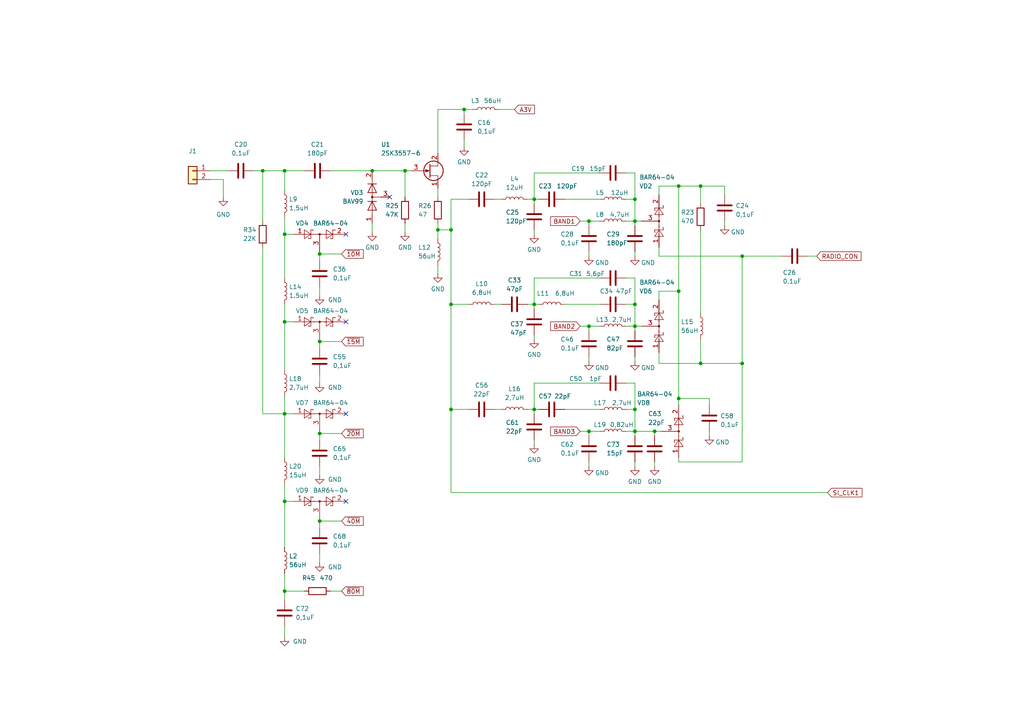
<source format=kicad_sch>
(kicad_sch (version 20230121) (generator eeschema)
  (paper "A4")
  (title_block (title "Belka DSP") (date "2023-11-16") (rev "0.0.2") (company "2ch"))
  (lib_symbols
    (symbol "Connector_Generic:Conn_01x02" (pin_names (offset 1.016) hide)
      (property "Reference" "J" (at 0 2.54 0))
      (property "Value" "Conn_01x02" (at 0 -5.08 0))
      (symbol "Conn_01x02_1_1"
        (rectangle (start -1.27 -2.413) (end 0 -2.667) (stroke (width 0.1524)))
        (rectangle (start -1.27 0.127) (end 0 -0.127) (stroke (width 0.1524)))
        (rectangle (start -1.27 1.27) (end 1.27 -3.81) (stroke (width 0.254)) (fill (type background)))
        (pin passive line (at -5.08 0 0) (length 3.81) (name "Pin_1") (number "1"))
        (pin passive line (at -5.08 -2.54 0) (length 3.81) (name "Pin_2") (number "2"))
      )
    )
    (symbol "Device:C" (pin_numbers hide) (pin_names (offset 0.254))
      (property "Reference" "C" (at 0.635 2.54 0))
      (property "Value" "C" (at 0.635 -2.54 0))
      (symbol "C_0_1"
        (polyline (pts (xy -2.032 -0.762) (xy 2.032 -0.762)) (stroke (width 0.508)))
        (polyline (pts (xy -2.032 0.762) (xy 2.032 0.762)) (stroke (width 0.508)))
      )
      (symbol "C_1_1"
        (pin passive line (at 0 3.81 270) (length 2.794) (name "~") (number "1"))
        (pin passive line (at 0 -3.81 90) (length 2.794) (name "~") (number "2"))
      )
    )
    (symbol "Device:L" (pin_numbers hide) (pin_names (offset 1.016) hide)
      (property "Reference" "L" (at -1.27 0 90))
      (property "Value" "L" (at 1.905 0 90))
      (symbol "L_0_1"
        (arc (start 0 -2.54) (mid 0.6323 -1.905) (end 0 -1.27))
        (arc (start 0 -1.27) (mid 0.6323 -0.635) (end 0 0))
        (arc (start 0 0) (mid 0.6323 0.635) (end 0 1.27))
        (arc (start 0 1.27) (mid 0.6323 1.905) (end 0 2.54))
      )
      (symbol "L_1_1"
        (pin passive line (at 0 3.81 270) (length 1.27) (name "1") (number "1"))
        (pin passive line (at 0 -3.81 90) (length 1.27) (name "2") (number "2"))
      )
    )
    (symbol "Device:R" (pin_numbers hide) (pin_names (offset 0))
      (property "Reference" "R" (at 2.032 0 90))
      (property "Value" "R" (at 0 0 90))
      (symbol "R_0_1"
        (rectangle (start -1.016 -2.54) (end 1.016 2.54) (stroke (width 0.254)))
      )
      (symbol "R_1_1"
        (pin passive line (at 0 3.81 270) (length 1.27) (name "~") (number "1"))
        (pin passive line (at 0 -3.81 90) (length 1.27) (name "~") (number "2"))
      )
    )
    (symbol "Diode:BAS40-04" (pin_names (offset 1.016))
      (property "Reference" "D" (at 0.635 -1.27 0))
      (property "Value" "BAS40-04" (at -6.35 5.715 0))
      (symbol "BAS40-04_0_1"
        (polyline (pts (xy -3.81 2.54) (xy -1.27 2.54)))
        (polyline (pts (xy -3.175 1.27) (xy -3.175 1.524)))
        (polyline (pts (xy -2.54 1.27) (xy -3.175 1.27)))
        (polyline (pts (xy -2.54 1.27) (xy -2.54 3.81)))
        (polyline (pts (xy -2.54 3.81) (xy -1.905 3.81)))
        (polyline (pts (xy -1.905 2.54) (xy 1.905 2.54)))
        (polyline (pts (xy -1.905 3.81) (xy -1.905 3.556)))
        (polyline (pts (xy 1.27 2.54) (xy 3.81 2.54)))
        (polyline (pts (xy 3.175 1.27) (xy 3.175 1.524)))
        (polyline (pts (xy 3.81 1.27) (xy 3.175 1.27)))
        (polyline (pts (xy 3.81 1.27) (xy 3.81 3.81)))
        (polyline (pts (xy 3.81 3.81) (xy 4.445 3.81)))
        (polyline (pts (xy 4.445 3.81) (xy 4.445 3.556)))
        (polyline (pts (xy -4.445 3.81) (xy -4.445 1.27) (xy -2.54 2.54) (xy -4.445 3.81)))
        (polyline (pts (xy 1.905 3.81) (xy 1.905 1.27) (xy 3.81 2.54) (xy 1.905 3.81)))
        (circle (center 0 2.54) (radius 0.254) (fill (type outline)))
      )
      (symbol "BAS40-04_1_1"
        (pin passive line (at -7.62 2.54 0) (length 3.81) (name "~") (number "1"))
        (pin passive line (at 7.62 2.54 180) (length 3.81) (name "~") (number "2"))
        (pin passive line (at 0 -2.54 90) (length 5.08) (name "~") (number "3"))
      )
    )
    (symbol "Diode:BAV99" (pin_names hide)
      (property "Reference" "D" (at 0 5.08 0))
      (property "Value" "BAV99" (at 0 2.54 0))
      (symbol "BAV99_0_1"
        (polyline (pts (xy -5.08 0) (xy 5.08 0)))
      )
      (symbol "BAV99_1_1"
        (polyline (pts (xy 0 0) (xy 0 -2.54)))
        (polyline (pts (xy -1.27 -1.27) (xy -1.27 1.27) (xy -1.27 1.27)) (stroke (width 0.2032)))
        (polyline (pts (xy 3.81 1.27) (xy 3.81 -1.27) (xy 3.81 -1.27)) (stroke (width 0.2032)))
        (polyline (pts (xy -3.81 1.27) (xy -1.27 0) (xy -3.81 -1.27) (xy -3.81 1.27) (xy -3.81 1.27) (xy -3.81 1.27)) (stroke (width 0.2032)))
        (polyline (pts (xy 1.27 1.27) (xy 3.81 0) (xy 1.27 -1.27) (xy 1.27 1.27) (xy 1.27 1.27) (xy 1.27 1.27)) (stroke (width 0.2032)))
        (circle (center 0 0) (radius 0.254) (fill (type outline)))
        (pin passive line (at -7.62 0 0) (length 2.54) (name "K") (number "1"))
        (pin passive line (at 7.62 0 180) (length 2.54) (name "A") (number "2"))
        (pin passive line (at 0 -5.08 90) (length 2.54) (name "K") (number "3"))
      )
    )
    (symbol "Transistor_FET:BF545A" (pin_names hide)
      (property "Reference" "Q" (at 5.08 1.905 0))
      (property "Value" "BF545A" (at 5.08 0 0))
      (symbol "BF545A_0_1"
        (polyline (pts (xy 0.254 0) (xy -2.54 0)))
        (polyline (pts (xy 0.254 1.905) (xy 0.254 -1.905)) (stroke (width 0.254)))
        (polyline (pts (xy 2.54 -2.54) (xy 2.54 -1.397) (xy 0.254 -1.397)))
        (polyline (pts (xy 2.54 2.54) (xy 2.54 1.397) (xy 0.254 1.397)))
        (polyline (pts (xy 0 0) (xy -1.016 0.381) (xy -1.016 -0.381) (xy 0 0)) (fill (type outline)))
        (circle (center 1.27 0) (radius 2.8194) (stroke (width 0.254)))
      )
      (symbol "BF545A_1_1"
        (pin passive line (at 2.54 -5.08 90) (length 2.54) (name "S") (number "1"))
        (pin passive line (at 2.54 5.08 270) (length 2.54) (name "D") (number "2"))
        (pin input line (at -5.08 0 0) (length 2.54) (name "G") (number "3"))
      )
    )
    (symbol "power:GND" (power) (pin_names (offset 0))
      (property "Value" "GND" (at 0 -3.81 0))
      (symbol "GND_0_1"
        (polyline (pts (xy 0 0) (xy 0 -1.27) (xy 1.27 -1.27) (xy 0 -2.54) (xy -1.27 -1.27) (xy 0 -1.27)))
      )
      (symbol "GND_1_1"
        (pin power_in line (at 0 0 270) (length 0) hide (name "GND") (number "1"))
      )
    )
  )
  (junction (at 184.15 94.615))
  (junction (at 203.2 105.41))
  (junction (at 170.815 64.135))
  (junction (at 82.55 171.45))
  (junction (at 215.265 105.41))
  (junction (at 134.62 31.75))
  (junction (at 170.815 125.095))
  (junction (at 92.71 73.66))
  (junction (at 184.15 64.135))
  (junction (at 170.815 94.615))
  (junction (at 130.81 118.745))
  (junction (at 82.55 120.015))
  (junction (at 196.85 115.57))
  (junction (at 127 66.675))
  (junction (at 154.94 88.265))
  (junction (at 107.95 49.53))
  (junction (at 82.55 145.415))
  (junction (at 184.15 125.095))
  (junction (at 154.94 57.785))
  (junction (at 184.15 88.265))
  (junction (at 92.71 99.06))
  (junction (at 203.2 53.975))
  (junction (at 117.475 49.53))
  (junction (at 189.865 125.095))
  (junction (at 130.81 88.265))
  (junction (at 196.85 84.455))
  (junction (at 130.81 66.675))
  (junction (at 215.265 74.295))
  (junction (at 196.85 53.975))
  (junction (at 92.71 125.73))
  (junction (at 82.55 93.345))
  (junction (at 92.71 151.13))
  (junction (at 184.15 118.745))
  (junction (at 154.94 118.745))
  (junction (at 76.2 49.53))
  (junction (at 82.55 49.53))
  (junction (at 184.15 57.785))
  (junction (at 82.55 67.945))
  (no_connect (at 100.33 120.015))
  (no_connect (at 100.33 93.345))
  (no_connect (at 100.33 145.415))
  (no_connect (at 100.33 67.945))
  (no_connect (at 113.03 57.15))
  (wire (pts (xy 143.51 88.265) (xy 145.415 88.265)))
  (wire (pts (xy 130.81 118.745) (xy 135.89 118.745)))
  (wire (pts (xy 99.06 99.06) (xy 92.71 99.06)))
  (wire (pts (xy 95.885 171.45) (xy 99.06 171.45)))
  (wire (pts (xy 181.61 64.135) (xy 184.15 64.135)))
  (wire (pts (xy 189.865 125.095) (xy 191.77 125.095)))
  (wire (pts (xy 92.71 151.13) (xy 92.71 153.035)))
  (wire (pts (xy 154.94 57.785) (xy 156.21 57.785)))
  (wire (pts (xy 184.15 94.615) (xy 186.055 94.615)))
  (wire (pts (xy 82.55 93.345) (xy 85.09 93.345)))
  (wire (pts (xy 154.94 57.785) (xy 154.94 59.055)))
  (wire (pts (xy 64.77 52.07) (xy 64.77 57.15)))
  (wire (pts (xy 82.55 171.45) (xy 88.265 171.45)))
  (wire (pts (xy 107.95 64.77) (xy 107.95 67.31)))
  (wire (pts (xy 117.475 64.77) (xy 117.475 67.31)))
  (wire (pts (xy 196.85 53.975) (xy 203.2 53.975)))
  (wire (pts (xy 82.55 49.53) (xy 82.55 55.245)))
  (wire (pts (xy 189.865 133.985) (xy 189.865 135.255)))
  (wire (pts (xy 184.15 118.745) (xy 184.15 125.095)))
  (wire (pts (xy 170.815 95.885) (xy 170.815 94.615)))
  (wire (pts (xy 130.81 88.265) (xy 130.81 118.745)))
  (wire (pts (xy 163.83 118.745) (xy 173.99 118.745)))
  (wire (pts (xy 82.55 88.265) (xy 82.55 93.345)))
  (wire (pts (xy 168.275 125.095) (xy 170.815 125.095)))
  (wire (pts (xy 205.74 125.095) (xy 205.74 126.365)))
  (wire (pts (xy 170.815 94.615) (xy 173.99 94.615)))
  (wire (pts (xy 92.71 135.255) (xy 92.71 137.795)))
  (wire (pts (xy 168.275 64.135) (xy 170.815 64.135)))
  (wire (pts (xy 184.15 133.985) (xy 184.15 135.255)))
  (wire (pts (xy 196.85 117.475) (xy 196.85 115.57)))
  (wire (pts (xy 82.55 140.335) (xy 82.55 145.415)))
  (wire (pts (xy 130.81 57.785) (xy 130.81 66.675)))
  (wire (pts (xy 82.55 120.015) (xy 82.55 132.715)))
  (wire (pts (xy 92.71 125.73) (xy 92.71 127.635)))
  (wire (pts (xy 181.61 88.265) (xy 184.15 88.265)))
  (wire (pts (xy 184.15 57.785) (xy 184.15 64.135)))
  (wire (pts (xy 184.15 64.135) (xy 186.055 64.135)))
  (wire (pts (xy 154.94 66.675) (xy 154.94 67.945)))
  (wire (pts (xy 154.94 50.165) (xy 154.94 57.785)))
  (wire (pts (xy 173.99 50.165) (xy 154.94 50.165)))
  (wire (pts (xy 181.61 80.645) (xy 184.15 80.645)))
  (wire (pts (xy 82.55 67.945) (xy 85.09 67.945)))
  (wire (pts (xy 203.2 53.975) (xy 203.2 59.055)))
  (wire (pts (xy 153.035 57.785) (xy 154.94 57.785)))
  (wire (pts (xy 203.2 66.675) (xy 203.2 90.805)))
  (wire (pts (xy 99.06 125.73) (xy 92.71 125.73)))
  (wire (pts (xy 143.51 118.745) (xy 145.415 118.745)))
  (wire (pts (xy 184.15 73.025) (xy 184.15 74.295)))
  (wire (pts (xy 76.2 71.755) (xy 76.2 120.015)))
  (wire (pts (xy 170.815 126.365) (xy 170.815 125.095)))
  (wire (pts (xy 170.815 133.985) (xy 170.815 135.255)))
  (wire (pts (xy 88.265 49.53) (xy 82.55 49.53)))
  (wire (pts (xy 117.475 57.15) (xy 117.475 49.53)))
  (wire (pts (xy 134.62 31.75) (xy 137.16 31.75)))
  (wire (pts (xy 82.55 120.015) (xy 85.09 120.015)))
  (wire (pts (xy 92.71 73.66) (xy 92.71 75.565)))
  (wire (pts (xy 196.85 133.985) (xy 196.85 132.715)))
  (wire (pts (xy 163.83 57.785) (xy 173.99 57.785)))
  (wire (pts (xy 92.71 150.495) (xy 92.71 151.13)))
  (wire (pts (xy 92.71 99.06) (xy 92.71 100.965)))
  (wire (pts (xy 82.55 145.415) (xy 85.09 145.415)))
  (wire (pts (xy 170.815 73.025) (xy 170.815 74.295)))
  (wire (pts (xy 215.265 74.295) (xy 215.265 105.41)))
  (wire (pts (xy 127 64.77) (xy 127 66.675)))
  (wire (pts (xy 191.135 86.995) (xy 191.135 84.455)))
  (wire (pts (xy 181.61 94.615) (xy 184.15 94.615)))
  (wire (pts (xy 82.55 114.935) (xy 82.55 120.015)))
  (wire (pts (xy 234.315 74.295) (xy 236.855 74.295)))
  (wire (pts (xy 82.55 166.37) (xy 82.55 171.45)))
  (wire (pts (xy 82.55 145.415) (xy 82.55 158.75)))
  (wire (pts (xy 181.61 111.125) (xy 184.15 111.125)))
  (wire (pts (xy 82.55 171.45) (xy 82.55 173.99)))
  (wire (pts (xy 99.06 73.66) (xy 92.71 73.66)))
  (wire (pts (xy 144.78 31.75) (xy 149.225 31.75)))
  (wire (pts (xy 127 66.675) (xy 127 69.215)))
  (wire (pts (xy 210.185 64.135) (xy 210.185 65.405)))
  (wire (pts (xy 127 31.75) (xy 127 44.45)))
  (wire (pts (xy 191.135 84.455) (xy 196.85 84.455)))
  (wire (pts (xy 215.265 74.295) (xy 226.695 74.295)))
  (wire (pts (xy 184.15 88.265) (xy 184.15 94.615)))
  (wire (pts (xy 154.94 88.265) (xy 156.21 88.265)))
  (wire (pts (xy 82.55 62.865) (xy 82.55 67.945)))
  (wire (pts (xy 203.2 105.41) (xy 215.265 105.41)))
  (wire (pts (xy 82.55 49.53) (xy 76.2 49.53)))
  (wire (pts (xy 92.71 125.095) (xy 92.71 125.73)))
  (wire (pts (xy 191.135 56.515) (xy 191.135 53.975)))
  (wire (pts (xy 134.62 40.64) (xy 134.62 42.545)))
  (wire (pts (xy 154.94 111.125) (xy 154.94 118.745)))
  (wire (pts (xy 127 31.75) (xy 134.62 31.75)))
  (wire (pts (xy 127 54.61) (xy 127 57.15)))
  (wire (pts (xy 203.2 105.41) (xy 203.2 98.425)))
  (wire (pts (xy 117.475 49.53) (xy 119.38 49.53)))
  (wire (pts (xy 60.96 49.53) (xy 66.04 49.53)))
  (wire (pts (xy 99.06 151.13) (xy 92.71 151.13)))
  (wire (pts (xy 196.85 133.985) (xy 215.265 133.985)))
  (wire (pts (xy 127 66.675) (xy 130.81 66.675)))
  (wire (pts (xy 168.275 94.615) (xy 170.815 94.615)))
  (wire (pts (xy 189.865 126.365) (xy 189.865 125.095)))
  (wire (pts (xy 170.815 65.405) (xy 170.815 64.135)))
  (wire (pts (xy 196.85 84.455) (xy 196.85 53.975)))
  (wire (pts (xy 191.135 105.41) (xy 203.2 105.41)))
  (wire (pts (xy 76.2 120.015) (xy 82.55 120.015)))
  (wire (pts (xy 134.62 31.75) (xy 134.62 33.02)))
  (wire (pts (xy 117.475 49.53) (xy 107.95 49.53)))
  (wire (pts (xy 196.85 115.57) (xy 196.85 84.455)))
  (wire (pts (xy 76.2 49.53) (xy 76.2 64.135)))
  (wire (pts (xy 184.15 125.095) (xy 189.865 125.095)))
  (wire (pts (xy 181.61 125.095) (xy 184.15 125.095)))
  (wire (pts (xy 92.71 108.585) (xy 92.71 111.125)))
  (wire (pts (xy 60.96 52.07) (xy 64.77 52.07)))
  (wire (pts (xy 82.55 181.61) (xy 82.55 184.785)))
  (wire (pts (xy 181.61 50.165) (xy 184.15 50.165)))
  (wire (pts (xy 154.94 118.745) (xy 154.94 120.015)))
  (wire (pts (xy 92.71 83.185) (xy 92.71 85.725)))
  (wire (pts (xy 184.15 50.165) (xy 184.15 57.785)))
  (wire (pts (xy 203.2 53.975) (xy 210.185 53.975)))
  (wire (pts (xy 191.135 102.235) (xy 191.135 105.41)))
  (wire (pts (xy 210.185 53.975) (xy 210.185 56.515)))
  (wire (pts (xy 196.85 115.57) (xy 205.74 115.57)))
  (wire (pts (xy 143.51 57.785) (xy 145.415 57.785)))
  (wire (pts (xy 170.815 64.135) (xy 173.99 64.135)))
  (wire (pts (xy 184.15 125.095) (xy 184.15 126.365)))
  (wire (pts (xy 154.94 118.745) (xy 156.21 118.745)))
  (wire (pts (xy 215.265 105.41) (xy 215.265 133.985)))
  (wire (pts (xy 163.83 88.265) (xy 173.99 88.265)))
  (wire (pts (xy 130.81 88.265) (xy 135.89 88.265)))
  (wire (pts (xy 184.15 94.615) (xy 184.15 95.885)))
  (wire (pts (xy 154.94 127.635) (xy 154.94 128.905)))
  (wire (pts (xy 191.135 53.975) (xy 196.85 53.975)))
  (wire (pts (xy 73.66 49.53) (xy 76.2 49.53)))
  (wire (pts (xy 130.81 142.875) (xy 240.03 142.875)))
  (wire (pts (xy 92.71 98.425) (xy 92.71 99.06)))
  (wire (pts (xy 154.94 97.155) (xy 154.94 98.425)))
  (wire (pts (xy 127 76.835) (xy 127 79.375)))
  (wire (pts (xy 92.71 160.655) (xy 92.71 163.195)))
  (wire (pts (xy 92.71 73.025) (xy 92.71 73.66)))
  (wire (pts (xy 153.035 118.745) (xy 154.94 118.745)))
  (wire (pts (xy 181.61 57.785) (xy 184.15 57.785)))
  (wire (pts (xy 95.885 49.53) (xy 107.95 49.53)))
  (wire (pts (xy 82.55 67.945) (xy 82.55 80.645)))
  (wire (pts (xy 170.815 103.505) (xy 170.815 104.775)))
  (wire (pts (xy 191.135 71.755) (xy 191.135 74.295)))
  (wire (pts (xy 135.89 57.785) (xy 130.81 57.785)))
  (wire (pts (xy 130.81 66.675) (xy 130.81 88.265)))
  (wire (pts (xy 173.99 80.645) (xy 154.94 80.645)))
  (wire (pts (xy 130.81 118.745) (xy 130.81 142.875)))
  (wire (pts (xy 184.15 80.645) (xy 184.15 88.265)))
  (wire (pts (xy 205.74 115.57) (xy 205.74 117.475)))
  (wire (pts (xy 170.815 125.095) (xy 173.99 125.095)))
  (wire (pts (xy 173.99 111.125) (xy 154.94 111.125)))
  (wire (pts (xy 153.035 88.265) (xy 154.94 88.265)))
  (wire (pts (xy 154.94 88.265) (xy 154.94 89.535)))
  (wire (pts (xy 184.15 103.505) (xy 184.15 104.775)))
  (wire (pts (xy 184.15 111.125) (xy 184.15 118.745)))
  (wire (pts (xy 82.55 93.345) (xy 82.55 107.315)))
  (wire (pts (xy 184.15 64.135) (xy 184.15 65.405)))
  (wire (pts (xy 181.61 118.745) (xy 184.15 118.745)))
  (wire (pts (xy 191.135 74.295) (xy 215.265 74.295)))
  (wire (pts (xy 154.94 80.645) (xy 154.94 88.265)))
  (global_label "~{80M}" (shape input) (at 99.06 171.45 0) (property "Intersheetrefs" "${INTERSHEET_REFS}" (effects hide)))
  (global_label "RADIO_CON" (shape input) (at 236.855 74.295 0) (property "Intersheetrefs" "${INTERSHEET_REFS}" (effects hide)))
  (global_label "BAND1" (shape input) (at 168.275 64.135 180) (property "Intersheetrefs" "${INTERSHEET_REFS}" (effects hide)))
  (global_label "~{10M}" (shape input) (at 99.06 73.66 0) (property "Intersheetrefs" "${INTERSHEET_REFS}" (effects hide)))
  (global_label "BAND3" (shape input) (at 168.275 125.095 180) (property "Intersheetrefs" "${INTERSHEET_REFS}" (effects hide)))
  (global_label "SI_CLK1" (shape input) (at 240.03 142.875 0) (property "Intersheetrefs" "${INTERSHEET_REFS}" (effects hide)))
  (global_label "~{15M}" (shape input) (at 99.06 99.06 0) (property "Intersheetrefs" "${INTERSHEET_REFS}" (effects hide)))
  (global_label "~{20M}" (shape input) (at 99.06 125.73 0) (property "Intersheetrefs" "${INTERSHEET_REFS}" (effects hide)))
  (global_label "BAND2" (shape input) (at 168.275 94.615 180) (property "Intersheetrefs" "${INTERSHEET_REFS}" (effects hide)))
  (global_label "~{40M}" (shape input) (at 99.06 151.13 0) (property "Intersheetrefs" "${INTERSHEET_REFS}" (effects hide)))
  (global_label "A3V" (shape input) (at 149.225 31.75 0) (property "Intersheetrefs" "${INTERSHEET_REFS}" (effects hide)))
  (symbol (lib_id "Device:C") (at 160.02 57.785 270) (unit 1)
    (property "Reference" "C23" (at 158.115 53.975 90))
    (property "Value" "120pF" (at 164.465 53.975 90))
    (property "Footprint" "Capacitor_SMD:C_0603_1608Metric_Pad1.08x0.95mm_HandSolder" (effects hide))
  )
  (symbol (lib_id "power:GND") (at 170.815 135.255 0) (unit 1)
    (property "Reference" "#PWR034" (effects hide))
    (property "Value" "GND" (at 174.625 137.16 0))
  )
  (symbol (lib_id "Device:C") (at 177.8 88.265 270) (unit 1)
    (property "Reference" "C34" (at 175.895 84.455 90))
    (property "Value" "47pF" (at 180.975 84.455 90))
    (property "Footprint" "Capacitor_SMD:C_0603_1608Metric_Pad1.08x0.95mm_HandSolder" (effects hide))
  )
  (symbol (lib_id "Device:C") (at 82.55 177.8 180) (unit 1)
    (property "Reference" "C72" (at 85.725 176.53 0) (effects (justify right)))
    (property "Value" "0,1uF" (at 85.725 179.07 0) (effects (justify right)))
    (property "Footprint" "Capacitor_SMD:C_0603_1608Metric_Pad1.08x0.95mm_HandSolder" (effects hide))
  )
  (symbol (lib_id "power:GND") (at 154.94 67.945 0) (unit 1)
    (property "Reference" "#PWR036" (effects hide))
    (property "Value" "GND" (at 154.94 72.39 0))
  )
  (symbol (lib_id "Device:L") (at 177.8 125.095 90) (unit 1)
    (property "Reference" "L19" (at 173.99 123.19 90))
    (property "Value" "0,82uH" (at 180.34 123.19 90))
    (property "Footprint" "Inductor_SMD:L_1210_3225Metric_Pad1.42x2.65mm_HandSolder" (effects hide))
  )
  (symbol (lib_id "power:GND") (at 64.77 57.15 0) (unit 1)
    (property "Reference" "#PWR020" (effects hide))
    (property "Value" "GND" (at 64.77 62.23 0))
  )
  (symbol (lib_id "Diode:BAS40-04") (at 92.71 122.555 0) (unit 1)
    (property "Reference" "VD7" (at 87.63 116.84 0))
    (property "Value" "BAR64-04" (at 95.885 116.84 0))
    (property "Footprint" "Package_TO_SOT_SMD:SOT-23" (effects hide))
    (property "Datasheet" "http://www.vishay.com/docs/85701/bas40v.pdf" (effects hide))
  )
  (symbol (lib_id "Device:C") (at 154.94 123.825 180) (unit 1)
    (property "Reference" "C61" (at 146.685 122.555 0) (effects (justify right)))
    (property "Value" "22pF" (at 146.685 125.095 0) (effects (justify right)))
    (property "Footprint" "Capacitor_SMD:C_0603_1608Metric_Pad1.08x0.95mm_HandSolder" (effects hide))
  )
  (symbol (lib_id "Device:L") (at 82.55 111.125 0) (unit 1)
    (property "Reference" "L18" (at 83.82 109.855 0) (effects (justify left)))
    (property "Value" "2.7uH" (at 83.82 112.395 0) (effects (justify left)))
    (property "Footprint" "Inductor_SMD:L_1210_3225Metric_Pad1.42x2.65mm_HandSolder" (effects hide))
  )
  (symbol (lib_id "Device:C") (at 139.7 57.785 270) (unit 1)
    (property "Reference" "C22" (at 139.7 50.8 90))
    (property "Value" "120pF" (at 139.7 53.34 90))
    (property "Footprint" "Capacitor_SMD:C_0603_1608Metric_Pad1.08x0.95mm_HandSolder" (effects hide))
  )
  (symbol (lib_id "Device:C") (at 149.225 88.265 270) (unit 1)
    (property "Reference" "C33" (at 149.225 81.28 90))
    (property "Value" "47pF" (at 149.225 83.82 90))
    (property "Footprint" "Capacitor_SMD:C_0603_1608Metric_Pad1.08x0.95mm_HandSolder" (effects hide))
  )
  (symbol (lib_id "Connector_Generic:Conn_01x02") (at 55.88 49.53 0) (mirror y) (unit 1)
    (property "Reference" "J1" (at 55.88 43.815 0))
    (property "Value" "Conn_01x03" (effects hide))
    (property "Footprint" "Connector_Coaxial:SMA_Molex_73251-2120_EdgeMount_Horizontal" (effects hide))
  )
  (symbol (lib_id "Device:L") (at 177.8 57.785 90) (unit 1)
    (property "Reference" "L5" (at 173.99 55.88 90))
    (property "Value" "12uH" (at 179.705 55.88 90))
    (property "Footprint" "Inductor_SMD:L_1210_3225Metric_Pad1.42x2.65mm_HandSolder" (effects hide))
  )
  (symbol (lib_id "Device:C") (at 69.85 49.53 90) (unit 1)
    (property "Reference" "C20" (at 69.85 41.91 90))
    (property "Value" "0,1uF" (at 69.85 44.45 90))
    (property "Footprint" "Capacitor_SMD:C_0603_1608Metric_Pad1.08x0.95mm_HandSolder" (effects hide))
  )
  (symbol (lib_id "power:GND") (at 154.94 98.425 0) (unit 1)
    (property "Reference" "#PWR030" (effects hide))
    (property "Value" "GND" (at 154.94 102.87 0))
  )
  (symbol (lib_id "Device:L") (at 82.55 84.455 0) (unit 1)
    (property "Reference" "L14" (at 83.82 83.185 0) (effects (justify left)))
    (property "Value" "1.5uH" (at 83.82 85.725 0) (effects (justify left)))
    (property "Footprint" "Inductor_SMD:L_1210_3225Metric_Pad1.42x2.65mm_HandSolder" (effects hide))
  )
  (symbol (lib_id "power:GND") (at 170.815 104.775 0) (unit 1)
    (property "Reference" "#PWR031" (effects hide))
    (property "Value" "GND" (at 174.625 106.68 0))
  )
  (symbol (lib_id "Device:C") (at 170.815 99.695 180) (unit 1)
    (property "Reference" "C46" (at 162.56 98.425 0) (effects (justify right)))
    (property "Value" "0,1uF" (at 162.56 100.965 0) (effects (justify right)))
    (property "Footprint" "Capacitor_SMD:C_0603_1608Metric_Pad1.08x0.95mm_HandSolder" (effects hide))
  )
  (symbol (lib_id "Diode:BAS40-04") (at 194.31 125.095 270) (mirror x) (unit 1)
    (property "Reference" "VD8" (at 184.785 116.84 90) (effects (justify left)))
    (property "Value" "BAR64-04" (at 184.785 114.3 90) (effects (justify left)))
    (property "Footprint" "Package_TO_SOT_SMD:SOT-23" (effects hide))
    (property "Datasheet" "http://www.vishay.com/docs/85701/bas40v.pdf" (effects hide))
  )
  (symbol (lib_id "Device:C") (at 139.7 118.745 270) (unit 1)
    (property "Reference" "C56" (at 139.7 111.76 90))
    (property "Value" "22pF" (at 139.7 114.3 90))
    (property "Footprint" "Capacitor_SMD:C_0603_1608Metric_Pad1.08x0.95mm_HandSolder" (effects hide))
  )
  (symbol (lib_id "Device:R") (at 203.2 62.865 0) (unit 1)
    (property "Reference" "R23" (at 197.485 61.595 0) (effects (justify left)))
    (property "Value" "470" (at 197.485 64.135 0) (effects (justify left)))
    (property "Footprint" "Resistor_SMD:R_0603_1608Metric_Pad0.98x0.95mm_HandSolder" (effects hide))
  )
  (symbol (lib_id "Device:C") (at 92.71 104.775 0) (unit 1)
    (property "Reference" "C55" (at 96.52 103.505 0) (effects (justify left)))
    (property "Value" "0,1uF" (at 96.52 106.045 0) (effects (justify left)))
    (property "Footprint" "Capacitor_SMD:C_0603_1608Metric_Pad1.08x0.95mm_HandSolder" (effects hide))
  )
  (symbol (lib_id "power:GND") (at 184.15 135.255 0) (unit 1)
    (property "Reference" "#PWR035" (effects hide))
    (property "Value" "GND" (at 184.15 139.7 0))
  )
  (symbol (lib_id "Device:C") (at 177.8 50.165 270) (unit 1)
    (property "Reference" "C19" (at 167.64 48.895 90))
    (property "Value" "15pF" (at 173.355 48.895 90))
    (property "Footprint" "Capacitor_SMD:C_0603_1608Metric_Pad1.08x0.95mm_HandSolder" (effects hide))
  )
  (symbol (lib_id "Diode:BAS40-04") (at 92.71 70.485 0) (unit 1)
    (property "Reference" "VD4" (at 87.63 64.77 0))
    (property "Value" "BAR64-04" (at 95.885 64.77 0))
    (property "Footprint" "Package_TO_SOT_SMD:SOT-23" (effects hide))
    (property "Datasheet" "http://www.vishay.com/docs/85701/bas40v.pdf" (effects hide))
  )
  (symbol (lib_id "Device:L") (at 177.8 64.135 90) (unit 1)
    (property "Reference" "L8" (at 173.99 62.23 90))
    (property "Value" "4,7uH" (at 179.705 62.23 90))
    (property "Footprint" "Inductor_SMD:L_1210_3225Metric_Pad1.42x2.65mm_HandSolder" (effects hide))
  )
  (symbol (lib_id "Device:L") (at 139.7 88.265 90) (unit 1)
    (property "Reference" "L10" (at 139.7 82.3124 90))
    (property "Value" "6,8uH" (at 139.7 84.8524 90))
    (property "Footprint" "Inductor_SMD:L_1210_3225Metric_Pad1.42x2.65mm_HandSolder" (effects hide))
  )
  (symbol (lib_id "Diode:BAS40-04") (at 92.71 95.885 0) (unit 1)
    (property "Reference" "VD5" (at 87.63 90.17 0))
    (property "Value" "BAR64-04" (at 95.885 90.17 0))
    (property "Footprint" "Package_TO_SOT_SMD:SOT-23" (effects hide))
    (property "Datasheet" "http://www.vishay.com/docs/85701/bas40v.pdf" (effects hide))
  )
  (symbol (lib_id "Device:C") (at 160.02 118.745 270) (unit 1)
    (property "Reference" "C57" (at 158.115 114.935 90))
    (property "Value" "22pF" (at 163.195 114.935 90))
    (property "Footprint" "Capacitor_SMD:C_0603_1608Metric_Pad1.08x0.95mm_HandSolder" (effects hide))
  )
  (symbol (lib_id "Device:L") (at 82.55 136.525 0) (unit 1)
    (property "Reference" "L20" (at 83.82 135.255 0) (effects (justify left)))
    (property "Value" "15uH" (at 83.82 137.795 0) (effects (justify left)))
    (property "Footprint" "Inductor_SMD:L_1210_3225Metric_Pad1.42x2.65mm_HandSolder" (effects hide))
  )
  (symbol (lib_id "Device:C") (at 184.15 69.215 180) (unit 1)
    (property "Reference" "C29" (at 175.895 67.945 0) (effects (justify right)))
    (property "Value" "180pF" (at 175.895 70.485 0) (effects (justify right)))
    (property "Footprint" "Capacitor_SMD:C_0603_1608Metric_Pad1.08x0.95mm_HandSolder" (effects hide))
  )
  (symbol (lib_id "power:GND") (at 189.865 135.255 0) (unit 1)
    (property "Reference" "#PWR039" (effects hide))
    (property "Value" "GND" (at 189.865 139.7 0))
  )
  (symbol (lib_id "power:GND") (at 134.62 42.545 0) (unit 1)
    (property "Reference" "#PWR029" (effects hide))
    (property "Value" "GND" (at 134.62 46.99 0))
  )
  (symbol (lib_id "Device:C") (at 170.815 130.175 180) (unit 1)
    (property "Reference" "C62" (at 162.56 128.905 0) (effects (justify right)))
    (property "Value" "0,1uF" (at 162.56 131.445 0) (effects (justify right)))
    (property "Footprint" "Capacitor_SMD:C_0603_1608Metric_Pad1.08x0.95mm_HandSolder" (effects hide))
  )
  (symbol (lib_id "Device:L") (at 140.97 31.75 90) (unit 1)
    (property "Reference" "L3" (at 137.795 29.21 90))
    (property "Value" "56uH" (at 142.875 29.21 90))
    (property "Footprint" "Inductor_SMD:L_1210_3225Metric_Pad1.42x2.65mm_HandSolder" (effects hide))
  )
  (symbol (lib_id "Diode:BAV99") (at 107.95 57.15 90) (unit 1)
    (property "Reference" "VD3" (at 105.41 55.88 90) (effects (justify left)))
    (property "Value" "BAV99" (at 105.41 58.42 90) (effects (justify left)))
    (property "Footprint" "Package_TO_SOT_SMD:SOT-23" (effects hide))
    (property "Datasheet" "https://assets.nexperia.com/documents/data-sheet/BAV99_SER.pdf" (effects hide))
  )
  (symbol (lib_id "power:GND") (at 210.185 65.405 0) (unit 1)
    (property "Reference" "#PWR041" (effects hide))
    (property "Value" "GND" (at 213.995 67.31 0))
  )
  (symbol (lib_id "Device:L") (at 160.02 88.265 90) (unit 1)
    (property "Reference" "L11" (at 157.48 85.09 90))
    (property "Value" "6,8uH" (at 163.83 85.09 90))
    (property "Footprint" "Inductor_SMD:L_1210_3225Metric_Pad1.42x2.65mm_HandSolder" (effects hide))
  )
  (symbol (lib_id "power:GND") (at 92.71 163.195 0) (unit 1)
    (property "Reference" "#PWR024" (effects hide))
    (property "Value" "GND" (at 97.155 164.465 0))
  )
  (symbol (lib_id "Device:C") (at 92.075 49.53 90) (unit 1)
    (property "Reference" "C21" (at 92.075 41.91 90))
    (property "Value" "180pF" (at 92.075 44.45 90))
    (property "Footprint" "Capacitor_SMD:C_0603_1608Metric_Pad1.08x0.95mm_HandSolder" (effects hide))
  )
  (symbol (lib_id "Device:C") (at 177.8 80.645 270) (unit 1)
    (property "Reference" "C31" (at 167.005 79.375 90))
    (property "Value" "5,6pF" (at 172.72 79.375 90))
    (property "Footprint" "Capacitor_SMD:C_0603_1608Metric_Pad1.08x0.95mm_HandSolder" (effects hide))
  )
  (symbol (lib_id "power:GND") (at 82.55 184.785 0) (unit 1)
    (property "Reference" "#PWR025" (effects hide))
    (property "Value" "GND" (at 86.995 186.055 0))
  )
  (symbol (lib_id "Device:R") (at 117.475 60.96 0) (unit 1)
    (property "Reference" "R25" (at 111.76 59.69 0) (effects (justify left)))
    (property "Value" "47K" (at 111.76 62.23 0) (effects (justify left)))
    (property "Footprint" "Resistor_SMD:R_0603_1608Metric_Pad0.98x0.95mm_HandSolder" (effects hide))
  )
  (symbol (lib_id "power:GND") (at 154.94 128.905 0) (unit 1)
    (property "Reference" "#PWR033" (effects hide))
    (property "Value" "GND" (at 154.94 133.35 0))
  )
  (symbol (lib_id "Diode:BAS40-04") (at 92.71 147.955 0) (unit 1)
    (property "Reference" "VD9" (at 87.63 142.24 0))
    (property "Value" "BAR64-04" (at 95.885 142.24 0))
    (property "Footprint" "Package_TO_SOT_SMD:SOT-23" (effects hide))
    (property "Datasheet" "http://www.vishay.com/docs/85701/bas40v.pdf" (effects hide))
  )
  (symbol (lib_id "Device:L") (at 149.225 118.745 90) (unit 1)
    (property "Reference" "L16" (at 149.225 112.7924 90))
    (property "Value" "2,7uH" (at 149.225 115.3324 90))
    (property "Footprint" "Inductor_SMD:L_1210_3225Metric_Pad1.42x2.65mm_HandSolder" (effects hide))
  )
  (symbol (lib_id "Device:R") (at 127 60.96 0) (unit 1)
    (property "Reference" "R26" (at 121.285 59.69 0) (effects (justify left)))
    (property "Value" "47" (at 121.285 62.23 0) (effects (justify left)))
    (property "Footprint" "Resistor_SMD:R_0603_1608Metric_Pad0.98x0.95mm_HandSolder" (effects hide))
  )
  (symbol (lib_id "power:GND") (at 205.74 126.365 0) (unit 1)
    (property "Reference" "#PWR040" (effects hide))
    (property "Value" "GND" (at 209.55 128.27 0))
  )
  (symbol (lib_id "Device:C") (at 184.15 130.175 180) (unit 1)
    (property "Reference" "C73" (at 175.895 128.905 0) (effects (justify right)))
    (property "Value" "15pF" (at 175.895 131.445 0) (effects (justify right)))
    (property "Footprint" "Capacitor_SMD:C_0603_1608Metric_Pad1.08x0.95mm_HandSolder" (effects hide))
  )
  (symbol (lib_id "power:GND") (at 127 79.375 0) (unit 1)
    (property "Reference" "#PWR028" (effects hide))
    (property "Value" "GND" (at 127 83.82 0))
  )
  (symbol (lib_id "Device:C") (at 154.94 62.865 180) (unit 1)
    (property "Reference" "C25" (at 146.685 61.595 0) (effects (justify right)))
    (property "Value" "120pF" (at 146.685 64.135 0) (effects (justify right)))
    (property "Footprint" "Capacitor_SMD:C_0603_1608Metric_Pad1.08x0.95mm_HandSolder" (effects hide))
  )
  (symbol (lib_id "Device:C") (at 210.185 60.325 180) (unit 1)
    (property "Reference" "C24" (at 213.36 59.69 0) (effects (justify right)))
    (property "Value" "0,1uF" (at 213.36 62.23 0) (effects (justify right)))
    (property "Footprint" "Capacitor_SMD:C_0603_1608Metric_Pad1.08x0.95mm_HandSolder" (effects hide))
  )
  (symbol (lib_id "Device:L") (at 177.8 118.745 90) (unit 1)
    (property "Reference" "L17" (at 173.99 116.84 90))
    (property "Value" "2,7uH" (at 180.34 116.84 90))
    (property "Footprint" "Inductor_SMD:L_1210_3225Metric_Pad1.42x2.65mm_HandSolder" (effects hide))
  )
  (symbol (lib_id "Diode:BAS40-04") (at 188.595 94.615 270) (mirror x) (unit 1)
    (property "Reference" "VD6" (at 185.42 84.455 90) (effects (justify left)))
    (property "Value" "BAR64-04" (at 185.42 81.915 90) (effects (justify left)))
    (property "Footprint" "Package_TO_SOT_SMD:SOT-23" (effects hide))
    (property "Datasheet" "http://www.vishay.com/docs/85701/bas40v.pdf" (effects hide))
  )
  (symbol (lib_id "power:GND") (at 92.71 111.125 0) (unit 1)
    (property "Reference" "#PWR022" (effects hide))
    (property "Value" "GND" (at 97.155 112.395 0))
  )
  (symbol (lib_id "power:GND") (at 92.71 137.795 0) (unit 1)
    (property "Reference" "#PWR023" (effects hide))
    (property "Value" "GND" (at 97.155 139.065 0))
  )
  (symbol (lib_id "Device:R") (at 92.075 171.45 90) (unit 1)
    (property "Reference" "R45" (at 89.535 167.64 90))
    (property "Value" "470" (at 94.615 167.64 90))
    (property "Footprint" "Resistor_SMD:R_0603_1608Metric_Pad0.98x0.95mm_HandSolder" (effects hide))
  )
  (symbol (lib_id "power:GND") (at 170.815 74.295 0) (unit 1)
    (property "Reference" "#PWR037" (effects hide))
    (property "Value" "GND" (at 174.625 76.2 0))
  )
  (symbol (lib_id "power:GND") (at 184.15 104.775 0) (unit 1)
    (property "Reference" "#PWR032" (effects hide))
    (property "Value" "GND" (at 187.96 106.68 0))
  )
  (symbol (lib_id "Device:C") (at 92.71 79.375 0) (unit 1)
    (property "Reference" "C36" (at 96.52 78.105 0) (effects (justify left)))
    (property "Value" "0,1uF" (at 96.52 80.645 0) (effects (justify left)))
    (property "Footprint" "Capacitor_SMD:C_0603_1608Metric_Pad1.08x0.95mm_HandSolder" (effects hide))
  )
  (symbol (lib_id "power:GND") (at 107.95 67.31 0) (unit 1)
    (property "Reference" "#PWR026" (effects hide))
    (property "Value" "GND" (at 107.95 71.755 0))
  )
  (symbol (lib_id "Device:C") (at 154.94 93.345 180) (unit 1)
    (property "Reference" "C37" (at 147.955 93.98 0) (effects (justify right)))
    (property "Value" "47pF" (at 147.955 96.52 0) (effects (justify right)))
    (property "Footprint" "Capacitor_SMD:C_0603_1608Metric_Pad1.08x0.95mm_HandSolder" (effects hide))
  )
  (symbol (lib_id "Diode:BAS40-04") (at 188.595 64.135 270) (mirror x) (unit 1)
    (property "Reference" "VD2" (at 185.42 53.975 90) (effects (justify left)))
    (property "Value" "BAR64-04" (at 185.42 51.435 90) (effects (justify left)))
    (property "Footprint" "Package_TO_SOT_SMD:SOT-23" (effects hide))
    (property "Datasheet" "http://www.vishay.com/docs/85701/bas40v.pdf" (effects hide))
  )
  (symbol (lib_id "power:GND") (at 184.15 74.295 0) (unit 1)
    (property "Reference" "#PWR038" (effects hide))
    (property "Value" "GND" (at 187.96 76.2 0))
  )
  (symbol (lib_id "Device:C") (at 134.62 36.83 180) (unit 1)
    (property "Reference" "C16" (at 138.43 35.56 0) (effects (justify right)))
    (property "Value" "0,1uF" (at 138.43 38.1 0) (effects (justify right)))
    (property "Footprint" "Capacitor_SMD:C_0603_1608Metric_Pad1.08x0.95mm_HandSolder" (effects hide))
  )
  (symbol (lib_id "Device:C") (at 189.865 130.175 180) (unit 1)
    (property "Reference" "C63" (at 187.96 120.015 0) (effects (justify right)))
    (property "Value" "22pF" (at 187.96 122.555 0) (effects (justify right)))
    (property "Footprint" "Capacitor_SMD:C_0603_1608Metric_Pad1.08x0.95mm_HandSolder" (effects hide))
  )
  (symbol (lib_id "Device:L") (at 82.55 59.055 0) (unit 1)
    (property "Reference" "L9" (at 83.82 57.785 0) (effects (justify left)))
    (property "Value" "1,5uH" (at 83.82 60.325 0) (effects (justify left)))
    (property "Footprint" "Inductor_SMD:L_1210_3225Metric_Pad1.42x2.65mm_HandSolder" (effects hide))
  )
  (symbol (lib_id "Device:L") (at 203.2 94.615 0) (unit 1)
    (property "Reference" "L15" (at 197.485 93.345 0) (effects (justify left)))
    (property "Value" "56uH" (at 197.485 95.885 0) (effects (justify left)))
    (property "Footprint" "Inductor_SMD:L_1210_3225Metric_Pad1.42x2.65mm_HandSolder" (effects hide))
  )
  (symbol (lib_id "Device:L") (at 127 73.025 0) (unit 1)
    (property "Reference" "L12" (at 121.285 71.755 0) (effects (justify left)))
    (property "Value" "56uH" (at 121.285 74.295 0) (effects (justify left)))
    (property "Footprint" "Inductor_SMD:L_1210_3225Metric_Pad1.42x2.65mm_HandSolder" (effects hide))
  )
  (symbol (lib_id "power:GND") (at 117.475 67.31 0) (unit 1)
    (property "Reference" "#PWR027" (effects hide))
    (property "Value" "GND" (at 117.475 71.755 0))
  )
  (symbol (lib_id "Device:L") (at 149.225 57.785 90) (unit 1)
    (property "Reference" "L4" (at 149.225 51.8324 90))
    (property "Value" "12uH" (at 149.225 54.3724 90))
    (property "Footprint" "Inductor_SMD:L_1210_3225Metric_Pad1.42x2.65mm_HandSolder" (effects hide))
  )
  (symbol (lib_id "Device:R") (at 76.2 67.945 0) (unit 1)
    (property "Reference" "R34" (at 70.485 66.675 0) (effects (justify left)))
    (property "Value" "22K" (at 70.485 69.215 0) (effects (justify left)))
    (property "Footprint" "Resistor_SMD:R_0603_1608Metric_Pad0.98x0.95mm_HandSolder" (effects hide))
  )
  (symbol (lib_id "Device:L") (at 82.55 162.56 0) (unit 1)
    (property "Reference" "L2" (at 83.82 161.29 0) (effects (justify left)))
    (property "Value" "56uH" (at 83.82 163.83 0) (effects (justify left)))
    (property "Footprint" "Inductor_SMD:L_1210_3225Metric_Pad1.42x2.65mm_HandSolder" (effects hide))
  )
  (symbol (lib_id "Device:C") (at 92.71 131.445 0) (unit 1)
    (property "Reference" "C65" (at 96.52 130.175 0) (effects (justify left)))
    (property "Value" "0,1uF" (at 96.52 132.715 0) (effects (justify left)))
    (property "Footprint" "Capacitor_SMD:C_0603_1608Metric_Pad1.08x0.95mm_HandSolder" (effects hide))
  )
  (symbol (lib_id "Device:C") (at 92.71 156.845 0) (unit 1)
    (property "Reference" "C68" (at 96.52 155.575 0) (effects (justify left)))
    (property "Value" "0,1uF" (at 96.52 158.115 0) (effects (justify left)))
    (property "Footprint" "Capacitor_SMD:C_0603_1608Metric_Pad1.08x0.95mm_HandSolder" (effects hide))
  )
  (symbol (lib_id "power:GND") (at 92.71 85.725 0) (unit 1)
    (property "Reference" "#PWR021" (effects hide))
    (property "Value" "GND" (at 97.155 86.995 0))
  )
  (symbol (lib_id "Device:L") (at 177.8 94.615 90) (unit 1)
    (property "Reference" "L13" (at 174.625 92.71 90))
    (property "Value" "2,7uH" (at 180.34 92.71 90))
    (property "Footprint" "Inductor_SMD:L_1210_3225Metric_Pad1.42x2.65mm_HandSolder" (effects hide))
  )
  (symbol (lib_id "Device:C") (at 230.505 74.295 90) (unit 1)
    (property "Reference" "C26" (at 227.0125 79.0575 90) (effects (justify right)))
    (property "Value" "0,1uF" (at 227.0125 81.5975 90) (effects (justify right)))
    (property "Footprint" "Capacitor_SMD:C_0603_1608Metric_Pad1.08x0.95mm_HandSolder" (effects hide))
  )
  (symbol (lib_id "Device:C") (at 205.74 121.285 180) (unit 1)
    (property "Reference" "C58" (at 208.915 120.65 0) (effects (justify right)))
    (property "Value" "0,1uF" (at 208.915 123.19 0) (effects (justify right)))
    (property "Footprint" "Capacitor_SMD:C_0603_1608Metric_Pad1.08x0.95mm_HandSolder" (effects hide))
  )
  (symbol (lib_id "Device:C") (at 184.15 99.695 180) (unit 1)
    (property "Reference" "C47" (at 175.895 98.425 0) (effects (justify right)))
    (property "Value" "82pF" (at 175.895 100.965 0) (effects (justify right)))
    (property "Footprint" "Capacitor_SMD:C_0603_1608Metric_Pad1.08x0.95mm_HandSolder" (effects hide))
  )
  (symbol (lib_id "Transistor_FET:BF545A") (at 124.46 49.53 0) (unit 1)
    (property "Reference" "U1" (at 110.49 41.91 0) (effects (justify left)))
    (property "Value" "2SK3557-6" (at 110.49 44.45 0) (effects (justify left)))
    (property "Footprint" "Package_TO_SOT_SMD:SOT-23" (effects hide))
    (property "Datasheet" "https://www.nxp.com/docs/en/data-sheet/BF545A_BF545B_BF545C.pdf" (effects hide))
    (property "Sim.Device" "NJFET" (effects hide))
    (property "Sim.Type" "SHICHMANHODGES" (effects hide))
    (property "Sim.Pins" "1=D 2=G 3=S" (effects hide))
  )
  (symbol (lib_id "Device:C") (at 170.815 69.215 180) (unit 1)
    (property "Reference" "C28" (at 162.56 67.945 0) (effects (justify right)))
    (property "Value" "0,1uF" (at 162.56 70.485 0) (effects (justify right)))
    (property "Footprint" "Capacitor_SMD:C_0603_1608Metric_Pad1.08x0.95mm_HandSolder" (effects hide))
  )
  (symbol (lib_id "Device:C") (at 177.8 111.125 270) (unit 1)
    (property "Reference" "C50" (at 167.005 109.855 90))
    (property "Value" "1pF" (at 172.72 109.855 90))
    (property "Footprint" "Capacitor_SMD:C_0603_1608Metric_Pad1.08x0.95mm_HandSolder" (effects hide))
  )
)
</source>
